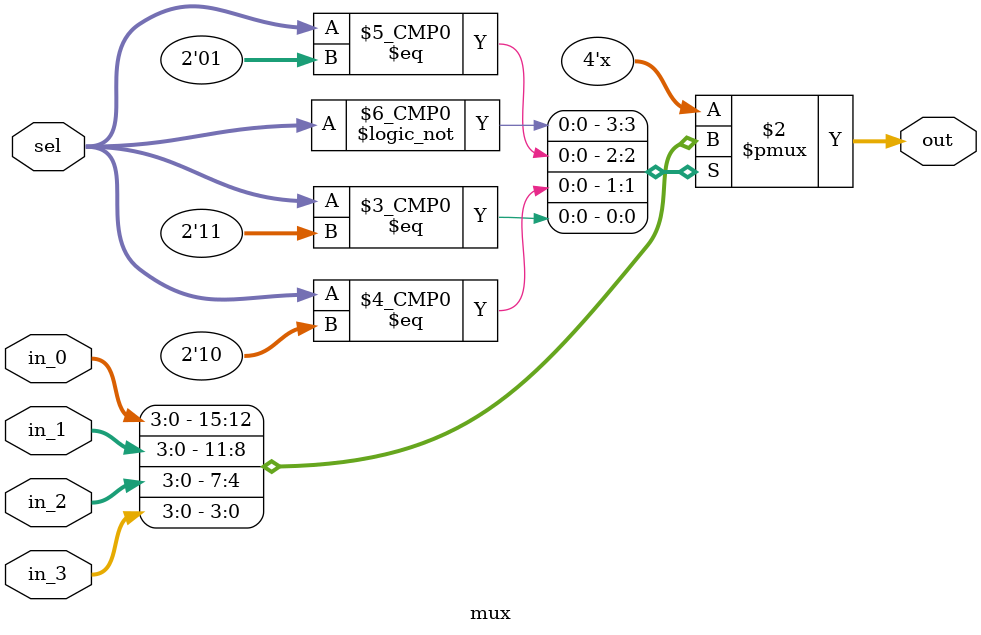
<source format=v>
module mux #(parameter width = 4) (input [width-1:0] in_0,
                                   input [width-1:0] in_1,
                                   input [width-1:0] in_2,
                                   input [width-1:0] in_3,
                                   input [1:0] sel,
                                   output reg [width-1:0] out
                                  );

always @(*) begin
    case(sel)
        0: out = in_0;
        1: out = in_1;
        2: out = in_2; 
        3: out = in_3;
        default: out = 4'b0;
    endcase
end

endmodule

</source>
